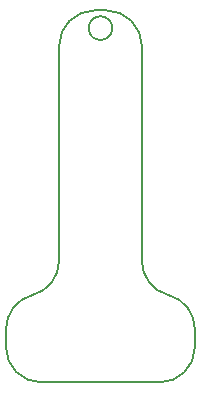
<source format=gbr>
%TF.GenerationSoftware,KiCad,Pcbnew,7.0.2-0*%
%TF.CreationDate,2023-08-02T22:41:30+09:00*%
%TF.ProjectId,line_front,6c696e65-5f66-4726-9f6e-742e6b696361,rev?*%
%TF.SameCoordinates,Original*%
%TF.FileFunction,Profile,NP*%
%FSLAX46Y46*%
G04 Gerber Fmt 4.6, Leading zero omitted, Abs format (unit mm)*
G04 Created by KiCad (PCBNEW 7.0.2-0) date 2023-08-02 22:41:30*
%MOMM*%
%LPD*%
G01*
G04 APERTURE LIST*
%TA.AperFunction,Profile*%
%ADD10C,0.200000*%
%TD*%
G04 APERTURE END LIST*
D10*
X148900000Y-77700000D02*
X148900000Y-95890525D01*
X155900000Y-77700000D02*
G75*
G03*
X152900000Y-74700000I-3000000J0D01*
G01*
X144400000Y-101700000D02*
X144400000Y-103200001D01*
X146649994Y-98795239D02*
G75*
G03*
X148900000Y-95890525I-749994J2904739D01*
G01*
X152900000Y-74700000D02*
X151900000Y-74700000D01*
X146650000Y-98795263D02*
G75*
G03*
X144400000Y-101700000I750000J-2904737D01*
G01*
X157400000Y-106200000D02*
G75*
G03*
X160400000Y-103200001I0J3000000D01*
G01*
X151900000Y-74700000D02*
G75*
G03*
X148900000Y-77700000I0J-3000000D01*
G01*
X160400000Y-103200001D02*
X160400000Y-101700000D01*
X155900000Y-95890525D02*
X155900000Y-77700000D01*
X155899976Y-95890525D02*
G75*
G03*
X158150000Y-98795262I3000024J25D01*
G01*
X153400000Y-76200000D02*
G75*
G03*
X153400000Y-76200000I-1000000J0D01*
G01*
X160399999Y-101700000D02*
G75*
G03*
X158150000Y-98795263I-2999999J0D01*
G01*
X147400000Y-106200001D02*
X157400000Y-106200001D01*
X144399999Y-103200001D02*
G75*
G03*
X147400000Y-106200001I3000001J1D01*
G01*
M02*

</source>
